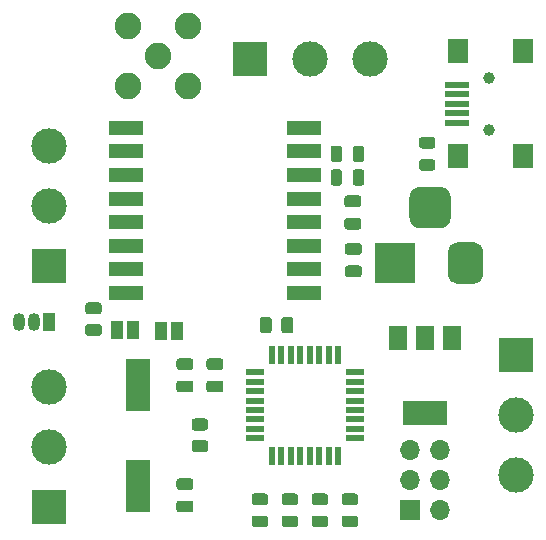
<source format=gbr>
%TF.GenerationSoftware,KiCad,Pcbnew,(5.1.6)-1*%
%TF.CreationDate,2021-02-02T08:46:24-05:00*%
%TF.ProjectId,Module Central,4d6f6475-6c65-4204-9365-6e7472616c2e,rev?*%
%TF.SameCoordinates,Original*%
%TF.FileFunction,Soldermask,Top*%
%TF.FilePolarity,Negative*%
%FSLAX46Y46*%
G04 Gerber Fmt 4.6, Leading zero omitted, Abs format (unit mm)*
G04 Created by KiCad (PCBNEW (5.1.6)-1) date 2021-02-02 08:46:24*
%MOMM*%
%LPD*%
G01*
G04 APERTURE LIST*
%ADD10R,3.500000X3.500000*%
%ADD11R,1.700000X1.700000*%
%ADD12O,1.700000X1.700000*%
%ADD13C,2.250000*%
%ADD14R,2.000000X0.500000*%
%ADD15R,1.700000X2.000000*%
%ADD16C,1.000000*%
%ADD17R,3.000000X3.000000*%
%ADD18C,3.000000*%
%ADD19R,1.000000X1.500000*%
%ADD20R,3.800000X2.000000*%
%ADD21R,1.500000X2.000000*%
%ADD22R,1.600000X0.550000*%
%ADD23R,0.550000X1.600000*%
%ADD24R,3.000000X1.200000*%
%ADD25O,1.050000X1.500000*%
%ADD26R,1.050000X1.500000*%
%ADD27R,2.000000X4.500000*%
G04 APERTURE END LIST*
%TO.C,C102*%
G36*
G01*
X113505000Y-63050000D02*
X112555000Y-63050000D01*
G75*
G02*
X112305000Y-62800000I0J250000D01*
G01*
X112305000Y-62300000D01*
G75*
G02*
X112555000Y-62050000I250000J0D01*
G01*
X113505000Y-62050000D01*
G75*
G02*
X113755000Y-62300000I0J-250000D01*
G01*
X113755000Y-62800000D01*
G75*
G02*
X113505000Y-63050000I-250000J0D01*
G01*
G37*
G36*
G01*
X113505000Y-64950000D02*
X112555000Y-64950000D01*
G75*
G02*
X112305000Y-64700000I0J250000D01*
G01*
X112305000Y-64200000D01*
G75*
G02*
X112555000Y-63950000I250000J0D01*
G01*
X113505000Y-63950000D01*
G75*
G02*
X113755000Y-64200000I0J-250000D01*
G01*
X113755000Y-64700000D01*
G75*
G02*
X113505000Y-64950000I-250000J0D01*
G01*
G37*
%TD*%
%TO.C,C106*%
G36*
G01*
X124235000Y-48270000D02*
X125185000Y-48270000D01*
G75*
G02*
X125435000Y-48520000I0J-250000D01*
G01*
X125435000Y-49020000D01*
G75*
G02*
X125185000Y-49270000I-250000J0D01*
G01*
X124235000Y-49270000D01*
G75*
G02*
X123985000Y-49020000I0J250000D01*
G01*
X123985000Y-48520000D01*
G75*
G02*
X124235000Y-48270000I250000J0D01*
G01*
G37*
G36*
G01*
X124235000Y-50170000D02*
X125185000Y-50170000D01*
G75*
G02*
X125435000Y-50420000I0J-250000D01*
G01*
X125435000Y-50920000D01*
G75*
G02*
X125185000Y-51170000I-250000J0D01*
G01*
X124235000Y-51170000D01*
G75*
G02*
X123985000Y-50920000I0J250000D01*
G01*
X123985000Y-50420000D01*
G75*
G02*
X124235000Y-50170000I250000J0D01*
G01*
G37*
%TD*%
%TO.C,C107*%
G36*
G01*
X110015000Y-63950000D02*
X110965000Y-63950000D01*
G75*
G02*
X111215000Y-64200000I0J-250000D01*
G01*
X111215000Y-64700000D01*
G75*
G02*
X110965000Y-64950000I-250000J0D01*
G01*
X110015000Y-64950000D01*
G75*
G02*
X109765000Y-64700000I0J250000D01*
G01*
X109765000Y-64200000D01*
G75*
G02*
X110015000Y-63950000I250000J0D01*
G01*
G37*
G36*
G01*
X110015000Y-62050000D02*
X110965000Y-62050000D01*
G75*
G02*
X111215000Y-62300000I0J-250000D01*
G01*
X111215000Y-62800000D01*
G75*
G02*
X110965000Y-63050000I-250000J0D01*
G01*
X110015000Y-63050000D01*
G75*
G02*
X109765000Y-62800000I0J250000D01*
G01*
X109765000Y-62300000D01*
G75*
G02*
X110015000Y-62050000I250000J0D01*
G01*
G37*
%TD*%
%TO.C,C108*%
G36*
G01*
X110965000Y-75110000D02*
X110015000Y-75110000D01*
G75*
G02*
X109765000Y-74860000I0J250000D01*
G01*
X109765000Y-74360000D01*
G75*
G02*
X110015000Y-74110000I250000J0D01*
G01*
X110965000Y-74110000D01*
G75*
G02*
X111215000Y-74360000I0J-250000D01*
G01*
X111215000Y-74860000D01*
G75*
G02*
X110965000Y-75110000I-250000J0D01*
G01*
G37*
G36*
G01*
X110965000Y-73210000D02*
X110015000Y-73210000D01*
G75*
G02*
X109765000Y-72960000I0J250000D01*
G01*
X109765000Y-72460000D01*
G75*
G02*
X110015000Y-72210000I250000J0D01*
G01*
X110965000Y-72210000D01*
G75*
G02*
X111215000Y-72460000I0J-250000D01*
G01*
X111215000Y-72960000D01*
G75*
G02*
X110965000Y-73210000I-250000J0D01*
G01*
G37*
%TD*%
%TO.C,C110*%
G36*
G01*
X125225000Y-53300000D02*
X124275000Y-53300000D01*
G75*
G02*
X124025000Y-53050000I0J250000D01*
G01*
X124025000Y-52550000D01*
G75*
G02*
X124275000Y-52300000I250000J0D01*
G01*
X125225000Y-52300000D01*
G75*
G02*
X125475000Y-52550000I0J-250000D01*
G01*
X125475000Y-53050000D01*
G75*
G02*
X125225000Y-53300000I-250000J0D01*
G01*
G37*
G36*
G01*
X125225000Y-55200000D02*
X124275000Y-55200000D01*
G75*
G02*
X124025000Y-54950000I0J250000D01*
G01*
X124025000Y-54450000D01*
G75*
G02*
X124275000Y-54200000I250000J0D01*
G01*
X125225000Y-54200000D01*
G75*
G02*
X125475000Y-54450000I0J-250000D01*
G01*
X125475000Y-54950000D01*
G75*
G02*
X125225000Y-55200000I-250000J0D01*
G01*
G37*
%TD*%
%TO.C,D101*%
G36*
G01*
X117296250Y-74480000D02*
X116383750Y-74480000D01*
G75*
G02*
X116140000Y-74236250I0J243750D01*
G01*
X116140000Y-73748750D01*
G75*
G02*
X116383750Y-73505000I243750J0D01*
G01*
X117296250Y-73505000D01*
G75*
G02*
X117540000Y-73748750I0J-243750D01*
G01*
X117540000Y-74236250D01*
G75*
G02*
X117296250Y-74480000I-243750J0D01*
G01*
G37*
G36*
G01*
X117296250Y-76355000D02*
X116383750Y-76355000D01*
G75*
G02*
X116140000Y-76111250I0J243750D01*
G01*
X116140000Y-75623750D01*
G75*
G02*
X116383750Y-75380000I243750J0D01*
G01*
X117296250Y-75380000D01*
G75*
G02*
X117540000Y-75623750I0J-243750D01*
G01*
X117540000Y-76111250D01*
G75*
G02*
X117296250Y-76355000I-243750J0D01*
G01*
G37*
%TD*%
%TO.C,D102*%
G36*
G01*
X119836250Y-74480000D02*
X118923750Y-74480000D01*
G75*
G02*
X118680000Y-74236250I0J243750D01*
G01*
X118680000Y-73748750D01*
G75*
G02*
X118923750Y-73505000I243750J0D01*
G01*
X119836250Y-73505000D01*
G75*
G02*
X120080000Y-73748750I0J-243750D01*
G01*
X120080000Y-74236250D01*
G75*
G02*
X119836250Y-74480000I-243750J0D01*
G01*
G37*
G36*
G01*
X119836250Y-76355000D02*
X118923750Y-76355000D01*
G75*
G02*
X118680000Y-76111250I0J243750D01*
G01*
X118680000Y-75623750D01*
G75*
G02*
X118923750Y-75380000I243750J0D01*
G01*
X119836250Y-75380000D01*
G75*
G02*
X120080000Y-75623750I0J-243750D01*
G01*
X120080000Y-76111250D01*
G75*
G02*
X119836250Y-76355000I-243750J0D01*
G01*
G37*
%TD*%
%TO.C,D103*%
G36*
G01*
X122376250Y-76355000D02*
X121463750Y-76355000D01*
G75*
G02*
X121220000Y-76111250I0J243750D01*
G01*
X121220000Y-75623750D01*
G75*
G02*
X121463750Y-75380000I243750J0D01*
G01*
X122376250Y-75380000D01*
G75*
G02*
X122620000Y-75623750I0J-243750D01*
G01*
X122620000Y-76111250D01*
G75*
G02*
X122376250Y-76355000I-243750J0D01*
G01*
G37*
G36*
G01*
X122376250Y-74480000D02*
X121463750Y-74480000D01*
G75*
G02*
X121220000Y-74236250I0J243750D01*
G01*
X121220000Y-73748750D01*
G75*
G02*
X121463750Y-73505000I243750J0D01*
G01*
X122376250Y-73505000D01*
G75*
G02*
X122620000Y-73748750I0J-243750D01*
G01*
X122620000Y-74236250D01*
G75*
G02*
X122376250Y-74480000I-243750J0D01*
G01*
G37*
%TD*%
%TO.C,D104*%
G36*
G01*
X124916250Y-76355000D02*
X124003750Y-76355000D01*
G75*
G02*
X123760000Y-76111250I0J243750D01*
G01*
X123760000Y-75623750D01*
G75*
G02*
X124003750Y-75380000I243750J0D01*
G01*
X124916250Y-75380000D01*
G75*
G02*
X125160000Y-75623750I0J-243750D01*
G01*
X125160000Y-76111250D01*
G75*
G02*
X124916250Y-76355000I-243750J0D01*
G01*
G37*
G36*
G01*
X124916250Y-74480000D02*
X124003750Y-74480000D01*
G75*
G02*
X123760000Y-74236250I0J243750D01*
G01*
X123760000Y-73748750D01*
G75*
G02*
X124003750Y-73505000I243750J0D01*
G01*
X124916250Y-73505000D01*
G75*
G02*
X125160000Y-73748750I0J-243750D01*
G01*
X125160000Y-74236250D01*
G75*
G02*
X124916250Y-74480000I-243750J0D01*
G01*
G37*
%TD*%
%TO.C,D203*%
G36*
G01*
X122825000Y-47206250D02*
X122825000Y-46293750D01*
G75*
G02*
X123068750Y-46050000I243750J0D01*
G01*
X123556250Y-46050000D01*
G75*
G02*
X123800000Y-46293750I0J-243750D01*
G01*
X123800000Y-47206250D01*
G75*
G02*
X123556250Y-47450000I-243750J0D01*
G01*
X123068750Y-47450000D01*
G75*
G02*
X122825000Y-47206250I0J243750D01*
G01*
G37*
G36*
G01*
X124700000Y-47206250D02*
X124700000Y-46293750D01*
G75*
G02*
X124943750Y-46050000I243750J0D01*
G01*
X125431250Y-46050000D01*
G75*
G02*
X125675000Y-46293750I0J-243750D01*
G01*
X125675000Y-47206250D01*
G75*
G02*
X125431250Y-47450000I-243750J0D01*
G01*
X124943750Y-47450000D01*
G75*
G02*
X124700000Y-47206250I0J243750D01*
G01*
G37*
%TD*%
%TO.C,D204*%
G36*
G01*
X124700000Y-45206250D02*
X124700000Y-44293750D01*
G75*
G02*
X124943750Y-44050000I243750J0D01*
G01*
X125431250Y-44050000D01*
G75*
G02*
X125675000Y-44293750I0J-243750D01*
G01*
X125675000Y-45206250D01*
G75*
G02*
X125431250Y-45450000I-243750J0D01*
G01*
X124943750Y-45450000D01*
G75*
G02*
X124700000Y-45206250I0J243750D01*
G01*
G37*
G36*
G01*
X122825000Y-45206250D02*
X122825000Y-44293750D01*
G75*
G02*
X123068750Y-44050000I243750J0D01*
G01*
X123556250Y-44050000D01*
G75*
G02*
X123800000Y-44293750I0J-243750D01*
G01*
X123800000Y-45206250D01*
G75*
G02*
X123556250Y-45450000I-243750J0D01*
G01*
X123068750Y-45450000D01*
G75*
G02*
X122825000Y-45206250I0J243750D01*
G01*
G37*
%TD*%
D10*
%TO.C,J101*%
X128250000Y-54000000D03*
G36*
G01*
X135750000Y-53000000D02*
X135750000Y-55000000D01*
G75*
G02*
X135000000Y-55750000I-750000J0D01*
G01*
X133500000Y-55750000D01*
G75*
G02*
X132750000Y-55000000I0J750000D01*
G01*
X132750000Y-53000000D01*
G75*
G02*
X133500000Y-52250000I750000J0D01*
G01*
X135000000Y-52250000D01*
G75*
G02*
X135750000Y-53000000I0J-750000D01*
G01*
G37*
G36*
G01*
X133000000Y-48425000D02*
X133000000Y-50175000D01*
G75*
G02*
X132125000Y-51050000I-875000J0D01*
G01*
X130375000Y-51050000D01*
G75*
G02*
X129500000Y-50175000I0J875000D01*
G01*
X129500000Y-48425000D01*
G75*
G02*
X130375000Y-47550000I875000J0D01*
G01*
X132125000Y-47550000D01*
G75*
G02*
X133000000Y-48425000I0J-875000D01*
G01*
G37*
%TD*%
D11*
%TO.C,J102*%
X129540000Y-74930000D03*
D12*
X132080000Y-74930000D03*
X129540000Y-72390000D03*
X132080000Y-72390000D03*
X129540000Y-69850000D03*
X132080000Y-69850000D03*
%TD*%
D13*
%TO.C,J103*%
X108250000Y-36500000D03*
X110790000Y-33960000D03*
X105710000Y-33960000D03*
X105710000Y-39040000D03*
X110790000Y-39040000D03*
%TD*%
D14*
%TO.C,J201*%
X133550000Y-42100000D03*
X133550000Y-41300000D03*
X133550000Y-40500000D03*
X133550000Y-39700000D03*
X133550000Y-38900000D03*
D15*
X133650000Y-44950000D03*
X139100000Y-44950000D03*
X133650000Y-36050000D03*
X139100000Y-36050000D03*
D16*
X136250000Y-42700000D03*
X136250000Y-38300000D03*
%TD*%
D17*
%TO.C,J301*%
X99000000Y-74660000D03*
D18*
X99000000Y-69580000D03*
X99000000Y-64500000D03*
%TD*%
%TO.C,J302*%
X138500000Y-71910000D03*
X138500000Y-66830000D03*
D17*
X138500000Y-61750000D03*
%TD*%
%TO.C,J303*%
X99000000Y-54250000D03*
D18*
X99000000Y-49170000D03*
X99000000Y-44090000D03*
%TD*%
%TO.C,J304*%
X126160000Y-36750000D03*
X121080000Y-36750000D03*
D17*
X116000000Y-36750000D03*
%TD*%
D19*
%TO.C,JP101*%
X108500000Y-59750000D03*
X109800000Y-59750000D03*
%TD*%
%TO.C,JP102*%
X106060000Y-59690000D03*
X104760000Y-59690000D03*
%TD*%
%TO.C,R101*%
G36*
G01*
X111309999Y-67155000D02*
X112210001Y-67155000D01*
G75*
G02*
X112460000Y-67404999I0J-249999D01*
G01*
X112460000Y-67930001D01*
G75*
G02*
X112210001Y-68180000I-249999J0D01*
G01*
X111309999Y-68180000D01*
G75*
G02*
X111060000Y-67930001I0J249999D01*
G01*
X111060000Y-67404999D01*
G75*
G02*
X111309999Y-67155000I249999J0D01*
G01*
G37*
G36*
G01*
X111309999Y-68980000D02*
X112210001Y-68980000D01*
G75*
G02*
X112460000Y-69229999I0J-249999D01*
G01*
X112460000Y-69755001D01*
G75*
G02*
X112210001Y-70005000I-249999J0D01*
G01*
X111309999Y-70005000D01*
G75*
G02*
X111060000Y-69755001I0J249999D01*
G01*
X111060000Y-69229999D01*
G75*
G02*
X111309999Y-68980000I249999J0D01*
G01*
G37*
%TD*%
%TO.C,R203*%
G36*
G01*
X119675000Y-58799999D02*
X119675000Y-59700001D01*
G75*
G02*
X119425001Y-59950000I-249999J0D01*
G01*
X118899999Y-59950000D01*
G75*
G02*
X118650000Y-59700001I0J249999D01*
G01*
X118650000Y-58799999D01*
G75*
G02*
X118899999Y-58550000I249999J0D01*
G01*
X119425001Y-58550000D01*
G75*
G02*
X119675000Y-58799999I0J-249999D01*
G01*
G37*
G36*
G01*
X117850000Y-58799999D02*
X117850000Y-59700001D01*
G75*
G02*
X117600001Y-59950000I-249999J0D01*
G01*
X117074999Y-59950000D01*
G75*
G02*
X116825000Y-59700001I0J249999D01*
G01*
X116825000Y-58799999D01*
G75*
G02*
X117074999Y-58550000I249999J0D01*
G01*
X117600001Y-58550000D01*
G75*
G02*
X117850000Y-58799999I0J-249999D01*
G01*
G37*
%TD*%
%TO.C,R301*%
G36*
G01*
X103200001Y-58350000D02*
X102299999Y-58350000D01*
G75*
G02*
X102050000Y-58100001I0J249999D01*
G01*
X102050000Y-57574999D01*
G75*
G02*
X102299999Y-57325000I249999J0D01*
G01*
X103200001Y-57325000D01*
G75*
G02*
X103450000Y-57574999I0J-249999D01*
G01*
X103450000Y-58100001D01*
G75*
G02*
X103200001Y-58350000I-249999J0D01*
G01*
G37*
G36*
G01*
X103200001Y-60175000D02*
X102299999Y-60175000D01*
G75*
G02*
X102050000Y-59925001I0J249999D01*
G01*
X102050000Y-59399999D01*
G75*
G02*
X102299999Y-59150000I249999J0D01*
G01*
X103200001Y-59150000D01*
G75*
G02*
X103450000Y-59399999I0J-249999D01*
G01*
X103450000Y-59925001D01*
G75*
G02*
X103200001Y-60175000I-249999J0D01*
G01*
G37*
%TD*%
D20*
%TO.C,U101*%
X130810000Y-66650000D03*
D21*
X130810000Y-60350000D03*
X128510000Y-60350000D03*
X133110000Y-60350000D03*
%TD*%
D22*
%TO.C,U102*%
X116400000Y-63240000D03*
X116400000Y-64040000D03*
X116400000Y-64840000D03*
X116400000Y-65640000D03*
X116400000Y-66440000D03*
X116400000Y-67240000D03*
X116400000Y-68040000D03*
X116400000Y-68840000D03*
D23*
X117850000Y-70290000D03*
X118650000Y-70290000D03*
X119450000Y-70290000D03*
X120250000Y-70290000D03*
X121050000Y-70290000D03*
X121850000Y-70290000D03*
X122650000Y-70290000D03*
X123450000Y-70290000D03*
D22*
X124900000Y-68840000D03*
X124900000Y-68040000D03*
X124900000Y-67240000D03*
X124900000Y-66440000D03*
X124900000Y-65640000D03*
X124900000Y-64840000D03*
X124900000Y-64040000D03*
X124900000Y-63240000D03*
D23*
X123450000Y-61790000D03*
X122650000Y-61790000D03*
X121850000Y-61790000D03*
X121050000Y-61790000D03*
X120250000Y-61790000D03*
X119450000Y-61790000D03*
X118650000Y-61790000D03*
X117850000Y-61790000D03*
%TD*%
D24*
%TO.C,U103*%
X120530000Y-56530000D03*
X120530000Y-54530000D03*
X120530000Y-52530000D03*
X120530000Y-50530000D03*
X120530000Y-48530000D03*
X120530000Y-46530000D03*
X120530000Y-44530000D03*
X120530000Y-42530000D03*
X105530000Y-42530000D03*
X105530000Y-44530000D03*
X105530000Y-46530000D03*
X105530000Y-48530000D03*
X105530000Y-50530000D03*
X105530000Y-52530000D03*
X105530000Y-54530000D03*
X105530000Y-56530000D03*
%TD*%
D25*
%TO.C,U301*%
X97730000Y-59000000D03*
X96460000Y-59000000D03*
D26*
X99000000Y-59000000D03*
%TD*%
D27*
%TO.C,Y101*%
X106500000Y-72830000D03*
X106500000Y-64330000D03*
%TD*%
%TO.C,D105*%
G36*
G01*
X131456250Y-46175000D02*
X130543750Y-46175000D01*
G75*
G02*
X130300000Y-45931250I0J243750D01*
G01*
X130300000Y-45443750D01*
G75*
G02*
X130543750Y-45200000I243750J0D01*
G01*
X131456250Y-45200000D01*
G75*
G02*
X131700000Y-45443750I0J-243750D01*
G01*
X131700000Y-45931250D01*
G75*
G02*
X131456250Y-46175000I-243750J0D01*
G01*
G37*
G36*
G01*
X131456250Y-44300000D02*
X130543750Y-44300000D01*
G75*
G02*
X130300000Y-44056250I0J243750D01*
G01*
X130300000Y-43568750D01*
G75*
G02*
X130543750Y-43325000I243750J0D01*
G01*
X131456250Y-43325000D01*
G75*
G02*
X131700000Y-43568750I0J-243750D01*
G01*
X131700000Y-44056250D01*
G75*
G02*
X131456250Y-44300000I-243750J0D01*
G01*
G37*
%TD*%
M02*

</source>
